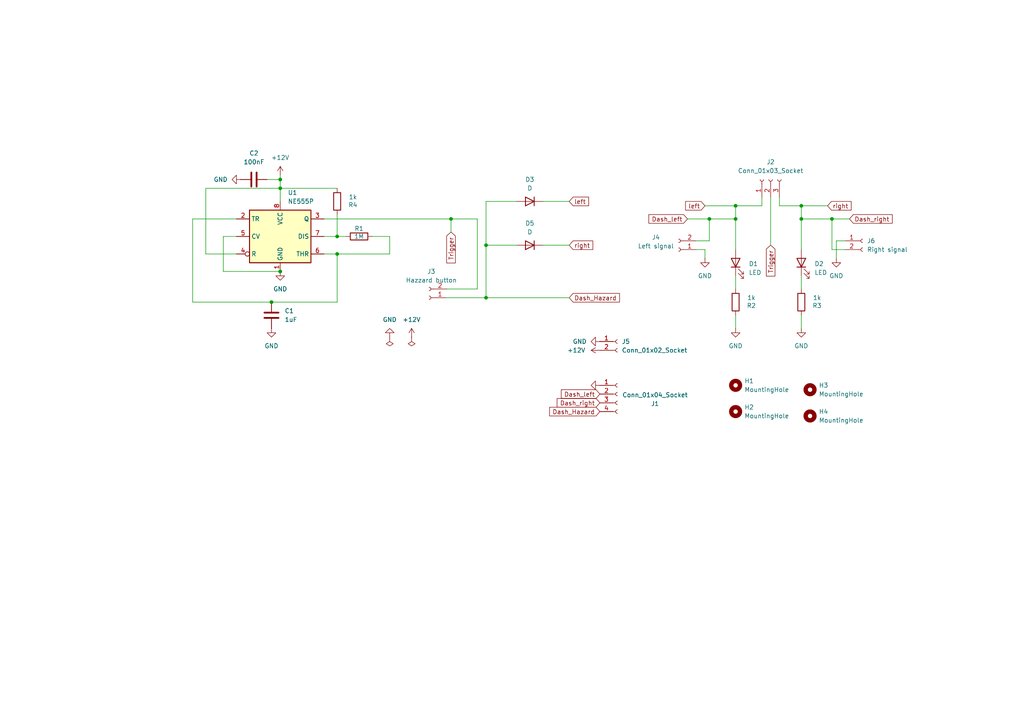
<source format=kicad_sch>
(kicad_sch (version 20231120) (generator "eeschema") (generator_version "8.0")
  (paper "A4")
  (lib_symbols
    (symbol "Connector:Conn_01x02_Socket" (pin_names (offset 1.016) hide)
      (property "Reference" "J" (at 0 2.54 0))
      (property "Value" "Conn_01x02_Socket" (at 0 -5.08 0))
      (symbol "Conn_01x02_Socket_1_1"
        (arc (start 0 -2.032) (mid -0.5058 -2.54) (end 0 -3.048) (stroke (width 0.1524)))
        (polyline (pts (xy -1.27 -2.54) (xy -0.508 -2.54)) (stroke (width 0.1524)))
        (polyline (pts (xy -1.27 0) (xy -0.508 0)) (stroke (width 0.1524)))
        (arc (start 0 0.508) (mid -0.5058 0) (end 0 -0.508) (stroke (width 0.1524)))
        (pin passive line (at -5.08 0 0) (length 3.81) (name "Pin_1") (number "1"))
        (pin passive line (at -5.08 -2.54 0) (length 3.81) (name "Pin_2") (number "2"))
      )
    )
    (symbol "Connector:Conn_01x03_Socket" (pin_names (offset 1.016) hide)
      (property "Reference" "J" (at 0 5.08 0))
      (property "Value" "Conn_01x03_Socket" (at 0 -5.08 0))
      (symbol "Conn_01x03_Socket_1_1"
        (arc (start 0 -2.032) (mid -0.5058 -2.54) (end 0 -3.048) (stroke (width 0.1524)))
        (polyline (pts (xy -1.27 -2.54) (xy -0.508 -2.54)) (stroke (width 0.1524)))
        (polyline (pts (xy -1.27 0) (xy -0.508 0)) (stroke (width 0.1524)))
        (polyline (pts (xy -1.27 2.54) (xy -0.508 2.54)) (stroke (width 0.1524)))
        (arc (start 0 0.508) (mid -0.5058 0) (end 0 -0.508) (stroke (width 0.1524)))
        (arc (start 0 3.048) (mid -0.5058 2.54) (end 0 2.032) (stroke (width 0.1524)))
        (pin passive line (at -5.08 2.54 0) (length 3.81) (name "Pin_1") (number "1"))
        (pin passive line (at -5.08 0 0) (length 3.81) (name "Pin_2") (number "2"))
        (pin passive line (at -5.08 -2.54 0) (length 3.81) (name "Pin_3") (number "3"))
      )
    )
    (symbol "Connector:Conn_01x04_Socket" (pin_names (offset 1.016) hide)
      (property "Reference" "J" (at 0 5.08 0))
      (property "Value" "Conn_01x04_Socket" (at 0 -7.62 0))
      (symbol "Conn_01x04_Socket_1_1"
        (arc (start 0 -4.572) (mid -0.5058 -5.08) (end 0 -5.588) (stroke (width 0.1524)))
        (arc (start 0 -2.032) (mid -0.5058 -2.54) (end 0 -3.048) (stroke (width 0.1524)))
        (polyline (pts (xy -1.27 -5.08) (xy -0.508 -5.08)) (stroke (width 0.1524)))
        (polyline (pts (xy -1.27 -2.54) (xy -0.508 -2.54)) (stroke (width 0.1524)))
        (polyline (pts (xy -1.27 0) (xy -0.508 0)) (stroke (width 0.1524)))
        (polyline (pts (xy -1.27 2.54) (xy -0.508 2.54)) (stroke (width 0.1524)))
        (arc (start 0 0.508) (mid -0.5058 0) (end 0 -0.508) (stroke (width 0.1524)))
        (arc (start 0 3.048) (mid -0.5058 2.54) (end 0 2.032) (stroke (width 0.1524)))
        (pin passive line (at -5.08 2.54 0) (length 3.81) (name "Pin_1") (number "1"))
        (pin passive line (at -5.08 0 0) (length 3.81) (name "Pin_2") (number "2"))
        (pin passive line (at -5.08 -2.54 0) (length 3.81) (name "Pin_3") (number "3"))
        (pin passive line (at -5.08 -5.08 0) (length 3.81) (name "Pin_4") (number "4"))
      )
    )
    (symbol "Device:C" (pin_numbers hide) (pin_names (offset 0.254))
      (property "Reference" "C" (at 0.635 2.54 0))
      (property "Value" "C" (at 0.635 -2.54 0))
      (symbol "C_0_1"
        (polyline (pts (xy -2.032 -0.762) (xy 2.032 -0.762)) (stroke (width 0.508)))
        (polyline (pts (xy -2.032 0.762) (xy 2.032 0.762)) (stroke (width 0.508)))
      )
      (symbol "C_1_1"
        (pin passive line (at 0 3.81 270) (length 2.794) (name "~") (number "1"))
        (pin passive line (at 0 -3.81 90) (length 2.794) (name "~") (number "2"))
      )
    )
    (symbol "Device:D" (pin_numbers hide) (pin_names (offset 1.016) hide)
      (property "Reference" "D" (at 0 2.54 0))
      (property "Value" "D" (at 0 -2.54 0))
      (symbol "D_0_1"
        (polyline (pts (xy -1.27 1.27) (xy -1.27 -1.27)) (stroke (width 0.254)))
        (polyline (pts (xy 1.27 0) (xy -1.27 0)))
        (polyline (pts (xy 1.27 1.27) (xy 1.27 -1.27) (xy -1.27 0) (xy 1.27 1.27)) (stroke (width 0.254)))
      )
      (symbol "D_1_1"
        (pin passive line (at -3.81 0 0) (length 2.54) (name "K") (number "1"))
        (pin passive line (at 3.81 0 180) (length 2.54) (name "A") (number "2"))
      )
    )
    (symbol "Device:LED" (pin_numbers hide) (pin_names (offset 1.016) hide)
      (property "Reference" "D" (at 0 2.54 0))
      (property "Value" "LED" (at 0 -2.54 0))
      (symbol "LED_0_1"
        (polyline (pts (xy -1.27 -1.27) (xy -1.27 1.27)) (stroke (width 0.254)))
        (polyline (pts (xy -1.27 0) (xy 1.27 0)))
        (polyline (pts (xy 1.27 -1.27) (xy 1.27 1.27) (xy -1.27 0) (xy 1.27 -1.27)) (stroke (width 0.254)))
        (polyline (pts (xy -3.048 -0.762) (xy -4.572 -2.286) (xy -3.81 -2.286) (xy -4.572 -2.286) (xy -4.572 -1.524)))
        (polyline (pts (xy -1.778 -0.762) (xy -3.302 -2.286) (xy -2.54 -2.286) (xy -3.302 -2.286) (xy -3.302 -1.524)))
      )
      (symbol "LED_1_1"
        (pin passive line (at -3.81 0 0) (length 2.54) (name "K") (number "1"))
        (pin passive line (at 3.81 0 180) (length 2.54) (name "A") (number "2"))
      )
    )
    (symbol "Device:R" (pin_numbers hide) (pin_names (offset 0))
      (property "Reference" "R" (at 2.032 0 90))
      (property "Value" "R" (at 0 0 90))
      (symbol "R_0_1"
        (rectangle (start -1.016 -2.54) (end 1.016 2.54) (stroke (width 0.254)))
      )
      (symbol "R_1_1"
        (pin passive line (at 0 3.81 270) (length 1.27) (name "~") (number "1"))
        (pin passive line (at 0 -3.81 90) (length 1.27) (name "~") (number "2"))
      )
    )
    (symbol "Mechanical:MountingHole" (pin_names (offset 1.016)) (exclude_from_sim yes) (in_bom no)
      (property "Reference" "H" (at 0 5.08 0))
      (property "Value" "MountingHole" (at 0 3.175 0))
      (symbol "MountingHole_0_1"
        (circle (center 0 0) (radius 1.27) (stroke (width 1.27)))
      )
    )
    (symbol "Timer:NE555P"
      (property "Reference" "U" (at -10.16 8.89 0))
      (property "Value" "NE555P" (at 2.54 8.89 0))
      (symbol "NE555P_0_0"
        (pin power_in line (at 0 -10.16 90) (length 2.54) (name "GND") (number "1"))
        (pin power_in line (at 0 10.16 270) (length 2.54) (name "VCC") (number "8"))
      )
      (symbol "NE555P_0_1"
        (rectangle (start -8.89 -7.62) (end 8.89 7.62) (stroke (width 0.254)) (fill (type background)))
        (rectangle (start -8.89 -7.62) (end 8.89 7.62) (stroke (width 0.254)) (fill (type background)))
      )
      (symbol "NE555P_1_1"
        (pin input line (at -12.7 5.08 0) (length 3.81) (name "TR") (number "2"))
        (pin output line (at 12.7 5.08 180) (length 3.81) (name "Q") (number "3"))
        (pin input inverted (at -12.7 -5.08 0) (length 3.81) (name "R") (number "4"))
        (pin input line (at -12.7 0 0) (length 3.81) (name "CV") (number "5"))
        (pin input line (at 12.7 -5.08 180) (length 3.81) (name "THR") (number "6"))
        (pin input line (at 12.7 0 180) (length 3.81) (name "DIS") (number "7"))
      )
    )
    (symbol "power:+12V" (power) (pin_numbers hide) (pin_names (offset 0) hide)
      (property "Value" "+12V" (at 0 3.556 0))
      (symbol "+12V_0_1"
        (polyline (pts (xy -0.762 1.27) (xy 0 2.54)))
        (polyline (pts (xy 0 0) (xy 0 2.54)))
        (polyline (pts (xy 0 2.54) (xy 0.762 1.27)))
      )
      (symbol "+12V_1_1"
        (pin power_in line (at 0 0 90) (length 0) (name "~") (number "1"))
      )
    )
    (symbol "power:GND" (power) (pin_numbers hide) (pin_names (offset 0) hide)
      (property "Value" "GND" (at 0 -3.81 0))
      (symbol "GND_0_1"
        (polyline (pts (xy 0 0) (xy 0 -1.27) (xy 1.27 -1.27) (xy 0 -2.54) (xy -1.27 -1.27) (xy 0 -1.27)))
      )
      (symbol "GND_1_1"
        (pin power_in line (at 0 0 270) (length 0) (name "~") (number "1"))
      )
    )
    (symbol "power:PWR_FLAG" (power) (pin_numbers hide) (pin_names (offset 0) hide)
      (property "Value" "PWR_FLAG" (at 0 3.81 0))
      (symbol "PWR_FLAG_0_0"
        (pin power_out line (at 0 0 90) (length 0) (name "~") (number "1"))
      )
      (symbol "PWR_FLAG_0_1"
        (polyline (pts (xy 0 0) (xy 0 1.27) (xy -1.016 1.905) (xy 0 2.54) (xy 1.016 1.905) (xy 0 1.27)))
      )
    )
  )
  (junction (at 140.97 71.12))
  (junction (at 81.28 78.74))
  (junction (at 130.81 63.5))
  (junction (at 213.36 59.69))
  (junction (at 232.41 59.69))
  (junction (at 78.74 87.63))
  (junction (at 97.79 73.66))
  (junction (at 81.28 52.07))
  (junction (at 205.74 63.5))
  (junction (at 232.41 63.5))
  (junction (at 241.3 63.5))
  (junction (at 213.36 63.5))
  (junction (at 140.97 86.36))
  (junction (at 81.28 54.61))
  (junction (at 97.79 68.58))
  (wire (pts (xy 138.43 83.82) (xy 138.43 63.5)))
  (wire (pts (xy 140.97 86.36) (xy 165.1 86.36)))
  (wire (pts (xy 93.98 63.5) (xy 130.81 63.5)))
  (wire (pts (xy 245.11 72.39) (xy 241.3 72.39)))
  (wire (pts (xy 77.47 52.07) (xy 81.28 52.07)))
  (wire (pts (xy 81.28 52.07) (xy 81.28 54.61)))
  (wire (pts (xy 113.03 68.58) (xy 113.03 73.66)))
  (wire (pts (xy 97.79 73.66) (xy 113.03 73.66)))
  (wire (pts (xy 205.74 63.5) (xy 205.74 69.85)))
  (wire (pts (xy 97.79 87.63) (xy 97.79 73.66)))
  (wire (pts (xy 129.54 86.36) (xy 140.97 86.36)))
  (wire (pts (xy 64.77 68.58) (xy 68.58 68.58)))
  (wire (pts (xy 213.36 91.44) (xy 213.36 95.25)))
  (wire (pts (xy 213.36 80.01) (xy 213.36 83.82)))
  (wire (pts (xy 232.41 59.69) (xy 232.41 63.5)))
  (wire (pts (xy 213.36 63.5) (xy 205.74 63.5)))
  (wire (pts (xy 220.98 57.15) (xy 220.98 59.69)))
  (wire (pts (xy 130.81 63.5) (xy 130.81 67.31)))
  (wire (pts (xy 232.41 59.69) (xy 240.03 59.69)))
  (wire (pts (xy 81.28 54.61) (xy 59.69 54.61)))
  (wire (pts (xy 59.69 73.66) (xy 68.58 73.66)))
  (wire (pts (xy 140.97 58.42) (xy 140.97 71.12)))
  (wire (pts (xy 232.41 63.5) (xy 241.3 63.5)))
  (wire (pts (xy 232.41 91.44) (xy 232.41 95.25)))
  (wire (pts (xy 129.54 83.82) (xy 138.43 83.82)))
  (wire (pts (xy 242.57 74.93) (xy 242.57 69.85)))
  (wire (pts (xy 140.97 86.36) (xy 140.97 71.12)))
  (wire (pts (xy 241.3 63.5) (xy 241.3 72.39)))
  (wire (pts (xy 242.57 69.85) (xy 245.11 69.85)))
  (wire (pts (xy 204.47 72.39) (xy 204.47 74.93)))
  (wire (pts (xy 93.98 68.58) (xy 97.79 68.58)))
  (wire (pts (xy 232.41 63.5) (xy 232.41 72.39)))
  (wire (pts (xy 201.93 72.39) (xy 204.47 72.39)))
  (wire (pts (xy 226.06 59.69) (xy 232.41 59.69)))
  (wire (pts (xy 149.86 58.42) (xy 140.97 58.42)))
  (wire (pts (xy 55.88 63.5) (xy 55.88 87.63)))
  (wire (pts (xy 81.28 54.61) (xy 97.79 54.61)))
  (wire (pts (xy 204.47 59.69) (xy 213.36 59.69)))
  (wire (pts (xy 140.97 71.12) (xy 149.86 71.12)))
  (wire (pts (xy 81.28 54.61) (xy 81.28 58.42)))
  (wire (pts (xy 157.48 71.12) (xy 165.1 71.12)))
  (wire (pts (xy 213.36 59.69) (xy 220.98 59.69)))
  (wire (pts (xy 213.36 63.5) (xy 213.36 72.39)))
  (wire (pts (xy 93.98 73.66) (xy 97.79 73.66)))
  (wire (pts (xy 223.52 57.15) (xy 223.52 71.12)))
  (wire (pts (xy 78.74 87.63) (xy 97.79 87.63)))
  (wire (pts (xy 157.48 58.42) (xy 165.1 58.42)))
  (wire (pts (xy 113.03 68.58) (xy 107.95 68.58)))
  (wire (pts (xy 241.3 63.5) (xy 246.38 63.5)))
  (wire (pts (xy 130.81 63.5) (xy 138.43 63.5)))
  (wire (pts (xy 205.74 69.85) (xy 201.93 69.85)))
  (wire (pts (xy 232.41 80.01) (xy 232.41 83.82)))
  (wire (pts (xy 64.77 68.58) (xy 64.77 78.74)))
  (wire (pts (xy 59.69 54.61) (xy 59.69 73.66)))
  (wire (pts (xy 213.36 59.69) (xy 213.36 63.5)))
  (wire (pts (xy 64.77 78.74) (xy 81.28 78.74)))
  (wire (pts (xy 226.06 57.15) (xy 226.06 59.69)))
  (wire (pts (xy 97.79 68.58) (xy 100.33 68.58)))
  (wire (pts (xy 97.79 62.23) (xy 97.79 68.58)))
  (wire (pts (xy 55.88 63.5) (xy 68.58 63.5)))
  (wire (pts (xy 199.39 63.5) (xy 205.74 63.5)))
  (wire (pts (xy 55.88 87.63) (xy 78.74 87.63)))
  (wire (pts (xy 81.28 50.8) (xy 81.28 52.07)))
  (global_label "Dash_right" (shape input) (at 173.99 116.84 180) (property "Intersheetrefs" "${INTERSHEET_REFS}" (effects (hide yes))))
  (global_label "left" (shape input) (at 165.1 58.42 0) (property "Intersheetrefs" "${INTERSHEET_REFS}" (effects (hide yes))))
  (global_label "right" (shape input) (at 240.03 59.69 0) (property "Intersheetrefs" "${INTERSHEET_REFS}" (effects (hide yes))))
  (global_label "Dash_left" (shape input) (at 199.39 63.5 180) (property "Intersheetrefs" "${INTERSHEET_REFS}" (effects (hide yes))))
  (global_label "Dash_Hazard" (shape input) (at 165.1 86.36 0) (property "Intersheetrefs" "${INTERSHEET_REFS}" (effects (hide yes))))
  (global_label "Trigger" (shape input) (at 223.52 71.12 270) (property "Intersheetrefs" "${INTERSHEET_REFS}" (effects (hide yes))))
  (global_label "right" (shape input) (at 165.1 71.12 0) (property "Intersheetrefs" "${INTERSHEET_REFS}" (effects (hide yes))))
  (global_label "Dash_right" (shape input) (at 246.38 63.5 0) (property "Intersheetrefs" "${INTERSHEET_REFS}" (effects (hide yes))))
  (global_label "Dash_left" (shape input) (at 173.99 114.3 180) (property "Intersheetrefs" "${INTERSHEET_REFS}" (effects (hide yes))))
  (global_label "Trigger" (shape input) (at 130.81 67.31 270) (property "Intersheetrefs" "${INTERSHEET_REFS}" (effects (hide yes))))
  (global_label "left" (shape input) (at 204.47 59.69 180) (property "Intersheetrefs" "${INTERSHEET_REFS}" (effects (hide yes))))
  (global_label "Dash_Hazard" (shape input) (at 173.99 119.38 180) (property "Intersheetrefs" "${INTERSHEET_REFS}" (effects (hide yes))))
  (symbol (lib_id "Timer:NE555P") (at 81.28 68.58 0) (unit 1)
    (property "Reference" "U1" (at 83.4741 55.88 0) (effects (justify left)))
    (property "Value" "NE555P" (at 83.4741 58.42 0) (effects (justify left)))
    (property "Footprint" "Package_DIP:DIP-8_W7.62mm" (effects (hide yes)))
    (property "Datasheet" "http://www.ti.com/lit/ds/symlink/ne555.pdf" (effects (hide yes)))
    (property "Description" "Precision Timers, 555 compatible,  PDIP-8" (effects (hide yes)))
  )
  (symbol (lib_id "Device:D") (at 153.67 71.12 180) (unit 1)
    (property "Reference" "D5" (at 153.67 64.77 0))
    (property "Value" "D" (at 153.67 67.31 0))
    (property "Footprint" "Diode_SMD:D_SMA_Handsoldering" (effects (hide yes)))
    (property "Description" "Diode" (effects (hide yes)))
    (property "Sim.Device" "D" (effects (hide yes)))
    (property "Sim.Pins" "1=K 2=A" (effects (hide yes)))
  )
  (symbol (lib_id "Device:LED") (at 213.36 76.2 90) (unit 1)
    (property "Reference" "D1" (at 217.17 76.5174 90) (effects (justify right)))
    (property "Value" "LED" (at 217.17 79.0574 90) (effects (justify right)))
    (property "Footprint" "LED_THT:LED_D5.0mm" (effects (hide yes)))
    (property "Description" "Light emitting diode" (effects (hide yes)))
  )
  (symbol (lib_id "Device:C") (at 73.66 52.07 90) (unit 1)
    (property "Reference" "C2" (at 73.66 44.45 90))
    (property "Value" "100nF" (at 73.66 46.99 90))
    (property "Footprint" "Capacitor_SMD:C_0805_2012Metric_Pad1.18x1.45mm_HandSolder" (effects (hide yes)))
    (property "Description" "Unpolarized capacitor" (effects (hide yes)))
  )
  (symbol (lib_id "power:+12V") (at 81.28 50.8 0) (unit 1)
    (property "Reference" "#PWR01" (effects (hide yes)))
    (property "Value" "+12V" (at 81.28 45.72 0))
    (property "Description" "Power symbol creates a global label with name \"+12V\"" (effects (hide yes)))
  )
  (symbol (lib_id "power:GND") (at 213.36 95.25 0) (unit 1)
    (property "Reference" "#PWR04" (effects (hide yes)))
    (property "Value" "GND" (at 213.36 100.33 0))
    (property "Description" "Power symbol creates a global label with name \"GND\" , ground" (effects (hide yes)))
  )
  (symbol (lib_id "Device:D") (at 153.67 58.42 180) (unit 1)
    (property "Reference" "D3" (at 153.67 52.07 0))
    (property "Value" "D" (at 153.67 54.61 0))
    (property "Footprint" "Diode_SMD:D_SMA_Handsoldering" (effects (hide yes)))
    (property "Description" "Diode" (effects (hide yes)))
    (property "Sim.Device" "D" (effects (hide yes)))
    (property "Sim.Pins" "1=K 2=A" (effects (hide yes)))
  )
  (symbol (lib_id "Mechanical:MountingHole") (at 234.95 113.03 0) (unit 1) (exclude_from_sim yes) (in_bom no)
    (property "Reference" "H3" (at 237.49 111.7599 0) (effects (justify left)))
    (property "Value" "MountingHole" (at 237.49 114.2999 0) (effects (justify left)))
    (property "Footprint" "MountingHole:MountingHole_3.2mm_M3" (effects (hide yes)))
    (property "Description" "Mounting Hole without connection" (effects (hide yes)))
  )
  (symbol (lib_id "power:+12V") (at 119.38 97.79 0) (unit 1)
    (property "Reference" "#PWR011" (effects (hide yes)))
    (property "Value" "+12V" (at 119.38 92.71 0))
    (property "Description" "Power symbol creates a global label with name \"+12V\"" (effects (hide yes)))
  )
  (symbol (lib_id "power:PWR_FLAG") (at 119.38 97.79 180) (unit 1)
    (property "Reference" "#FLG02" (effects (hide yes)))
    (property "Value" "PWR_FLAG" (effects (hide yes)))
    (property "Description" "Special symbol for telling ERC where power comes from" (effects (hide yes)))
  )
  (symbol (lib_id "Device:R") (at 232.41 87.63 0) (unit 1)
    (property "Reference" "R3" (at 236.982 88.646 0))
    (property "Value" "1k" (at 236.982 86.36 0))
    (property "Footprint" "Resistor_SMD:R_0805_2012Metric" (effects (hide yes)))
    (property "Description" "Resistor" (effects (hide yes)))
  )
  (symbol (lib_id "Connector:Conn_01x02_Socket") (at 250.19 69.85 0) (unit 1)
    (property "Reference" "J6" (at 251.46 69.8499 0) (effects (justify left)))
    (property "Value" "Right signal" (at 251.46 72.3899 0) (effects (justify left)))
    (property "Footprint" "Connector_JST:JST_XH_B2B-XH-A_1x02_P2.50mm_Vertical" (effects (hide yes)))
    (property "Description" "Generic connector, single row, 01x02, script generated" (effects (hide yes)))
  )
  (symbol (lib_id "power:GND") (at 173.99 99.06 270) (unit 1)
    (property "Reference" "#PWR012" (effects (hide yes)))
    (property "Value" "GND" (at 170.18 99.0599 90) (effects (justify right)))
    (property "Description" "Power symbol creates a global label with name \"GND\" , ground" (effects (hide yes)))
  )
  (symbol (lib_id "Connector:Conn_01x04_Socket") (at 179.07 114.3 0) (unit 1)
    (property "Reference" "J1" (at 189.992 117.094 0))
    (property "Value" "Conn_01x04_Socket" (at 189.992 114.554 0))
    (property "Footprint" "Connector_JST:JST_XH_B4B-XH-A_1x04_P2.50mm_Vertical" (effects (hide yes)))
    (property "Description" "Generic connector, single row, 01x04, script generated" (effects (hide yes)))
  )
  (symbol (lib_id "Mechanical:MountingHole") (at 213.36 111.76 0) (unit 1) (exclude_from_sim yes) (in_bom no)
    (property "Reference" "H1" (at 215.9 110.4899 0) (effects (justify left)))
    (property "Value" "MountingHole" (at 215.9 113.0299 0) (effects (justify left)))
    (property "Footprint" "MountingHole:MountingHole_3.2mm_M3" (effects (hide yes)))
    (property "Description" "Mounting Hole without connection" (effects (hide yes)))
  )
  (symbol (lib_id "power:GND") (at 173.99 111.76 270) (unit 1)
    (property "Reference" "#PWR013" (effects (hide yes)))
    (property "Value" "GND" (effects (hide yes)))
    (property "Description" "Power symbol creates a global label with name \"GND\" , ground" (effects (hide yes)))
  )
  (symbol (lib_id "Device:R") (at 104.14 68.58 270) (unit 1)
    (property "Reference" "R1" (at 104.14 66.294 90))
    (property "Value" "1M" (at 104.14 68.58 90))
    (property "Footprint" "Resistor_SMD:R_0805_2012Metric" (effects (hide yes)))
    (property "Description" "Resistor" (effects (hide yes)))
  )
  (symbol (lib_id "Connector:Conn_01x02_Socket") (at 179.07 99.06 0) (unit 1)
    (property "Reference" "J5" (at 180.34 99.0599 0) (effects (justify left)))
    (property "Value" "Conn_01x02_Socket" (at 180.34 101.5999 0) (effects (justify left)))
    (property "Footprint" "Connector_JST:JST_XH_B2B-XH-A_1x02_P2.50mm_Vertical" (effects (hide yes)))
    (property "Description" "Generic connector, single row, 01x02, script generated" (effects (hide yes)))
  )
  (symbol (lib_id "power:GND") (at 113.03 97.79 180) (unit 1)
    (property "Reference" "#PWR08" (effects (hide yes)))
    (property "Value" "GND" (at 113.03 92.71 0))
    (property "Description" "Power symbol creates a global label with name \"GND\" , ground" (effects (hide yes)))
  )
  (symbol (lib_id "Device:R") (at 213.36 87.63 0) (unit 1)
    (property "Reference" "R2" (at 217.932 88.646 0))
    (property "Value" "1k" (at 217.932 86.36 0))
    (property "Footprint" "Resistor_SMD:R_0805_2012Metric" (effects (hide yes)))
    (property "Description" "Resistor" (effects (hide yes)))
  )
  (symbol (lib_id "Connector:Conn_01x02_Socket") (at 196.85 72.39 180) (unit 1)
    (property "Reference" "J4" (at 190.246 68.834 0))
    (property "Value" "Left signal" (at 190.246 71.374 0))
    (property "Footprint" "Connector_JST:JST_XH_B2B-XH-A_1x02_P2.50mm_Vertical" (effects (hide yes)))
    (property "Description" "Generic connector, single row, 01x02, script generated" (effects (hide yes)))
  )
  (symbol (lib_id "power:GND") (at 78.74 95.25 0) (unit 1)
    (property "Reference" "#PWR03" (effects (hide yes)))
    (property "Value" "GND" (at 78.74 100.33 0))
    (property "Description" "Power symbol creates a global label with name \"GND\" , ground" (effects (hide yes)))
  )
  (symbol (lib_id "power:GND") (at 81.28 78.74 0) (unit 1)
    (property "Reference" "#PWR02" (effects (hide yes)))
    (property "Value" "GND" (at 81.28 83.82 0))
    (property "Description" "Power symbol creates a global label with name \"GND\" , ground" (effects (hide yes)))
  )
  (symbol (lib_id "Mechanical:MountingHole") (at 213.36 119.38 0) (unit 1) (exclude_from_sim yes) (in_bom no)
    (property "Reference" "H2" (at 215.9 118.1099 0) (effects (justify left)))
    (property "Value" "MountingHole" (at 215.9 120.6499 0) (effects (justify left)))
    (property "Footprint" "MountingHole:MountingHole_3.2mm_M3" (effects (hide yes)))
    (property "Description" "Mounting Hole without connection" (effects (hide yes)))
  )
  (symbol (lib_id "Mechanical:MountingHole") (at 234.95 120.65 0) (unit 1) (exclude_from_sim yes) (in_bom no)
    (property "Reference" "H4" (at 237.49 119.3799 0) (effects (justify left)))
    (property "Value" "MountingHole" (at 237.49 121.9199 0) (effects (justify left)))
    (property "Footprint" "MountingHole:MountingHole_3.2mm_M3" (effects (hide yes)))
    (property "Description" "Mounting Hole without connection" (effects (hide yes)))
  )
  (symbol (lib_id "Device:R") (at 97.79 58.42 0) (unit 1)
    (property "Reference" "R4" (at 102.362 59.436 0))
    (property "Value" "1k" (at 102.362 57.15 0))
    (property "Footprint" "Resistor_SMD:R_0805_2012Metric" (effects (hide yes)))
    (property "Description" "Resistor" (effects (hide yes)))
  )
  (symbol (lib_id "power:GND") (at 232.41 95.25 0) (unit 1)
    (property "Reference" "#PWR05" (effects (hide yes)))
    (property "Value" "GND" (at 232.41 100.33 0))
    (property "Description" "Power symbol creates a global label with name \"GND\" , ground" (effects (hide yes)))
  )
  (symbol (lib_id "power:+12V") (at 173.99 101.6 90) (unit 1)
    (property "Reference" "#PWR09" (effects (hide yes)))
    (property "Value" "+12V" (at 169.8069 101.5999 90) (effects (justify left)))
    (property "Description" "Power symbol creates a global label with name \"+12V\"" (effects (hide yes)))
  )
  (symbol (lib_id "Connector:Conn_01x02_Socket") (at 124.46 86.36 180) (unit 1)
    (property "Reference" "J3" (at 125.095 78.74 0))
    (property "Value" "Hazzard button" (at 125.095 81.28 0))
    (property "Footprint" "Connector_JST:JST_XH_B2B-XH-A_1x02_P2.50mm_Vertical" (effects (hide yes)))
    (property "Description" "Generic connector, single row, 01x02, script generated" (effects (hide yes)))
  )
  (symbol (lib_id "Device:LED") (at 232.41 76.2 90) (unit 1)
    (property "Reference" "D2" (at 236.22 76.5174 90) (effects (justify right)))
    (property "Value" "LED" (at 236.22 79.0574 90) (effects (justify right)))
    (property "Footprint" "LED_THT:LED_D5.0mm" (effects (hide yes)))
    (property "Description" "Light emitting diode" (effects (hide yes)))
  )
  (symbol (lib_id "power:PWR_FLAG") (at 113.03 97.79 180) (unit 1)
    (property "Reference" "#FLG01" (effects (hide yes)))
    (property "Value" "PWR_FLAG" (effects (hide yes)))
    (property "Description" "Special symbol for telling ERC where power comes from" (effects (hide yes)))
  )
  (symbol (lib_id "power:GND") (at 69.85 52.07 270) (unit 1)
    (property "Reference" "#PWR010" (effects (hide yes)))
    (property "Value" "GND" (at 66.04 52.0699 90) (effects (justify right)))
    (property "Description" "Power symbol creates a global label with name \"GND\" , ground" (effects (hide yes)))
  )
  (symbol (lib_id "Connector:Conn_01x03_Socket") (at 223.52 52.07 90) (unit 1)
    (property "Reference" "J2" (at 223.52 46.99 90))
    (property "Value" "Conn_01x03_Socket" (at 223.52 49.53 90))
    (property "Footprint" "Connector_JST:JST_XH_B3B-XH-A_1x03_P2.50mm_Vertical" (effects (hide yes)))
    (property "Description" "Generic connector, single row, 01x03, script generated" (effects (hide yes)))
  )
  (symbol (lib_id "power:GND") (at 242.57 74.93 0) (unit 1)
    (property "Reference" "#PWR07" (effects (hide yes)))
    (property "Value" "GND" (at 242.57 80.01 0))
    (property "Description" "Power symbol creates a global label with name \"GND\" , ground" (effects (hide yes)))
  )
  (symbol (lib_id "Device:C") (at 78.74 91.44 0) (unit 1)
    (property "Reference" "C1" (at 82.55 90.1699 0) (effects (justify left)))
    (property "Value" "1uF" (at 82.55 92.7099 0) (effects (justify left)))
    (property "Footprint" "Capacitor_SMD:C_0805_2012Metric_Pad1.18x1.45mm_HandSolder" (effects (hide yes)))
    (property "Description" "Unpolarized capacitor" (effects (hide yes)))
  )
  (symbol (lib_id "power:GND") (at 204.47 74.93 0) (unit 1)
    (property "Reference" "#PWR06" (effects (hide yes)))
    (property "Value" "GND" (at 204.47 80.01 0))
    (property "Description" "Power symbol creates a global label with name \"GND\" , ground" (effects (hide yes)))
  )
)
</source>
